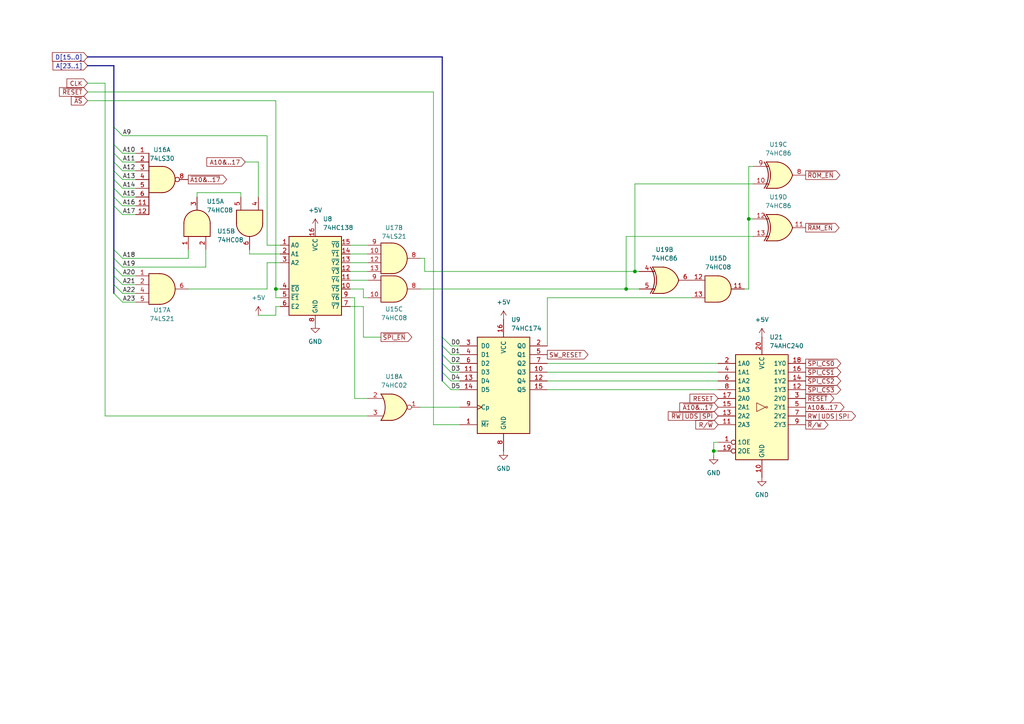
<source format=kicad_sch>
(kicad_sch (version 20231120) (generator "eeschema") (generator_version "8.0")
  (paper "A4")
  (lib_symbols
    (symbol "74xx:74AHC240"
      (property "Reference" "U" (at -7.62 16.51 0))
      (property "Value" "74AHC240" (at -7.62 -16.51 0))
      (symbol "74AHC240_1_0"
        (polyline (pts (xy 1.016 0) (xy -1.524 1.27) (xy -1.524 -1.27) (xy 1.016 0)) (stroke (width 0.1524)))
        (circle (center 1.397 0) (radius 0.254) (stroke (width 0.1524)))
        (pin input inverted (at -12.7 -10.16 0) (length 5.08) (name "1OE") (number "1"))
        (pin power_in line (at 0 -20.32 90) (length 5.08) (name "GND") (number "10"))
        (pin input line (at -12.7 -5.08 0) (length 5.08) (name "2A3") (number "11"))
        (pin tri_state line (at 12.7 5.08 180) (length 5.08) (name "1Y3") (number "12"))
        (pin input line (at -12.7 -2.54 0) (length 5.08) (name "2A2") (number "13"))
        (pin tri_state line (at 12.7 7.62 180) (length 5.08) (name "1Y2") (number "14"))
        (pin input line (at -12.7 0 0) (length 5.08) (name "2A1") (number "15"))
        (pin tri_state line (at 12.7 10.16 180) (length 5.08) (name "1Y1") (number "16"))
        (pin input line (at -12.7 2.54 0) (length 5.08) (name "2A0") (number "17"))
        (pin tri_state line (at 12.7 12.7 180) (length 5.08) (name "1Y0") (number "18"))
        (pin input inverted (at -12.7 -12.7 0) (length 5.08) (name "2OE") (number "19"))
        (pin input line (at -12.7 12.7 0) (length 5.08) (name "1A0") (number "2"))
        (pin power_in line (at 0 20.32 270) (length 5.08) (name "VCC") (number "20"))
        (pin tri_state line (at 12.7 2.54 180) (length 5.08) (name "2Y0") (number "3"))
        (pin input line (at -12.7 10.16 0) (length 5.08) (name "1A1") (number "4"))
        (pin tri_state line (at 12.7 0 180) (length 5.08) (name "2Y1") (number "5"))
        (pin input line (at -12.7 7.62 0) (length 5.08) (name "1A2") (number "6"))
        (pin tri_state line (at 12.7 -2.54 180) (length 5.08) (name "2Y2") (number "7"))
        (pin input line (at -12.7 5.08 0) (length 5.08) (name "1A3") (number "8"))
        (pin tri_state line (at 12.7 -5.08 180) (length 5.08) (name "2Y3") (number "9"))
      )
      (symbol "74AHC240_1_1"
        (rectangle (start -7.62 15.24) (end 7.62 -15.24) (stroke (width 0.254)) (fill (type background)))
      )
    )
    (symbol "74xx:74HC02" (pin_names (offset 1.016))
      (property "Reference" "U" (at 0 1.27 0))
      (property "Value" "74HC02" (at 0 -1.27 0))
      (symbol "74HC02_1_1"
        (arc (start -3.81 -3.81) (mid -2.589 0) (end -3.81 3.81) (stroke (width 0.254)))
        (arc (start -0.6096 -3.81) (mid 2.1842 -2.5851) (end 3.81 0) (stroke (width 0.254)) (fill (type background)))
        (polyline (pts (xy -3.81 -3.81) (xy -0.635 -3.81)) (stroke (width 0.254)) (fill (type background)))
        (polyline (pts (xy -3.81 3.81) (xy -0.635 3.81)) (stroke (width 0.254)) (fill (type background)))
        (polyline (pts (xy -0.635 3.81) (xy -3.81 3.81) (xy -3.81 3.81) (xy -3.556 3.4036) (xy -3.0226 2.2606) (xy -2.6924 1.0414) (xy -2.6162 -0.254) (xy -2.7686 -1.4986) (xy -3.175 -2.7178) (xy -3.81 -3.81) (xy -3.81 -3.81) (xy -0.635 -3.81)) (stroke (width -25.4)) (fill (type background)))
        (arc (start 3.81 0) (mid 2.1915 2.5936) (end -0.6096 3.81) (stroke (width 0.254)) (fill (type background)))
        (pin output inverted (at 7.62 0 180) (length 3.81) (name "~") (number "1"))
        (pin input line (at -7.62 2.54 0) (length 4.318) (name "~") (number "2"))
        (pin input line (at -7.62 -2.54 0) (length 4.318) (name "~") (number "3"))
      )
      (symbol "74HC02_1_2"
        (arc (start 0 -3.81) (mid 3.7934 0) (end 0 3.81) (stroke (width 0.254)) (fill (type background)))
        (polyline (pts (xy 0 3.81) (xy -3.81 3.81) (xy -3.81 -3.81) (xy 0 -3.81)) (stroke (width 0.254)) (fill (type background)))
        (pin output line (at 7.62 0 180) (length 3.81) (name "~") (number "1"))
        (pin input inverted (at -7.62 2.54 0) (length 3.81) (name "~") (number "2"))
        (pin input inverted (at -7.62 -2.54 0) (length 3.81) (name "~") (number "3"))
      )
      (symbol "74HC02_2_1"
        (arc (start -3.81 -3.81) (mid -2.589 0) (end -3.81 3.81) (stroke (width 0.254)))
        (arc (start -0.6096 -3.81) (mid 2.1842 -2.5851) (end 3.81 0) (stroke (width 0.254)) (fill (type background)))
        (polyline (pts (xy -3.81 -3.81) (xy -0.635 -3.81)) (stroke (width 0.254)) (fill (type background)))
        (polyline (pts (xy -3.81 3.81) (xy -0.635 3.81)) (stroke (width 0.254)) (fill (type background)))
        (polyline (pts (xy -0.635 3.81) (xy -3.81 3.81) (xy -3.81 3.81) (xy -3.556 3.4036) (xy -3.0226 2.2606) (xy -2.6924 1.0414) (xy -2.6162 -0.254) (xy -2.7686 -1.4986) (xy -3.175 -2.7178) (xy -3.81 -3.81) (xy -3.81 -3.81) (xy -0.635 -3.81)) (stroke (width -25.4)) (fill (type background)))
        (arc (start 3.81 0) (mid 2.1915 2.5936) (end -0.6096 3.81) (stroke (width 0.254)) (fill (type background)))
        (pin output inverted (at 7.62 0 180) (length 3.81) (name "~") (number "4"))
        (pin input line (at -7.62 2.54 0) (length 4.318) (name "~") (number "5"))
        (pin input line (at -7.62 -2.54 0) (length 4.318) (name "~") (number "6"))
      )
      (symbol "74HC02_2_2"
        (arc (start 0 -3.81) (mid 3.7934 0) (end 0 3.81) (stroke (width 0.254)) (fill (type background)))
        (polyline (pts (xy 0 3.81) (xy -3.81 3.81) (xy -3.81 -3.81) (xy 0 -3.81)) (stroke (width 0.254)) (fill (type background)))
        (pin output line (at 7.62 0 180) (length 3.81) (name "~") (number "4"))
        (pin input inverted (at -7.62 2.54 0) (length 3.81) (name "~") (number "5"))
        (pin input inverted (at -7.62 -2.54 0) (length 3.81) (name "~") (number "6"))
      )
      (symbol "74HC02_3_1"
        (arc (start -3.81 -3.81) (mid -2.589 0) (end -3.81 3.81) (stroke (width 0.254)))
        (arc (start -0.6096 -3.81) (mid 2.1842 -2.5851) (end 3.81 0) (stroke (width 0.254)) (fill (type background)))
        (polyline (pts (xy -3.81 -3.81) (xy -0.635 -3.81)) (stroke (width 0.254)) (fill (type background)))
        (polyline (pts (xy -3.81 3.81) (xy -0.635 3.81)) (stroke (width 0.254)) (fill (type background)))
        (polyline (pts (xy -0.635 3.81) (xy -3.81 3.81) (xy -3.81 3.81) (xy -3.556 3.4036) (xy -3.0226 2.2606) (xy -2.6924 1.0414) (xy -2.6162 -0.254) (xy -2.7686 -1.4986) (xy -3.175 -2.7178) (xy -3.81 -3.81) (xy -3.81 -3.81) (xy -0.635 -3.81)) (stroke (width -25.4)) (fill (type background)))
        (arc (start 3.81 0) (mid 2.1915 2.5936) (end -0.6096 3.81) (stroke (width 0.254)) (fill (type background)))
        (pin output inverted (at 7.62 0 180) (length 3.81) (name "~") (number "10"))
        (pin input line (at -7.62 2.54 0) (length 4.318) (name "~") (number "8"))
        (pin input line (at -7.62 -2.54 0) (length 4.318) (name "~") (number "9"))
      )
      (symbol "74HC02_3_2"
        (arc (start 0 -3.81) (mid 3.7934 0) (end 0 3.81) (stroke (width 0.254)) (fill (type background)))
        (polyline (pts (xy 0 3.81) (xy -3.81 3.81) (xy -3.81 -3.81) (xy 0 -3.81)) (stroke (width 0.254)) (fill (type background)))
        (pin output line (at 7.62 0 180) (length 3.81) (name "~") (number "10"))
        (pin input inverted (at -7.62 2.54 0) (length 3.81) (name "~") (number "8"))
        (pin input inverted (at -7.62 -2.54 0) (length 3.81) (name "~") (number "9"))
      )
      (symbol "74HC02_4_1"
        (arc (start -3.81 -3.81) (mid -2.589 0) (end -3.81 3.81) (stroke (width 0.254)))
        (arc (start -0.6096 -3.81) (mid 2.1842 -2.5851) (end 3.81 0) (stroke (width 0.254)) (fill (type background)))
        (polyline (pts (xy -3.81 -3.81) (xy -0.635 -3.81)) (stroke (width 0.254)) (fill (type background)))
        (polyline (pts (xy -3.81 3.81) (xy -0.635 3.81)) (stroke (width 0.254)) (fill (type background)))
        (polyline (pts (xy -0.635 3.81) (xy -3.81 3.81) (xy -3.81 3.81) (xy -3.556 3.4036) (xy -3.0226 2.2606) (xy -2.6924 1.0414) (xy -2.6162 -0.254) (xy -2.7686 -1.4986) (xy -3.175 -2.7178) (xy -3.81 -3.81) (xy -3.81 -3.81) (xy -0.635 -3.81)) (stroke (width -25.4)) (fill (type background)))
        (arc (start 3.81 0) (mid 2.1915 2.5936) (end -0.6096 3.81) (stroke (width 0.254)) (fill (type background)))
        (pin input line (at -7.62 2.54 0) (length 4.318) (name "~") (number "11"))
        (pin input line (at -7.62 -2.54 0) (length 4.318) (name "~") (number "12"))
        (pin output inverted (at 7.62 0 180) (length 3.81) (name "~") (number "13"))
      )
      (symbol "74HC02_4_2"
        (arc (start 0 -3.81) (mid 3.7934 0) (end 0 3.81) (stroke (width 0.254)) (fill (type background)))
        (polyline (pts (xy 0 3.81) (xy -3.81 3.81) (xy -3.81 -3.81) (xy 0 -3.81)) (stroke (width 0.254)) (fill (type background)))
        (pin input inverted (at -7.62 2.54 0) (length 3.81) (name "~") (number "11"))
        (pin input inverted (at -7.62 -2.54 0) (length 3.81) (name "~") (number "12"))
        (pin output line (at 7.62 0 180) (length 3.81) (name "~") (number "13"))
      )
      (symbol "74HC02_5_0"
        (pin power_in line (at 0 12.7 270) (length 5.08) (name "VCC") (number "14"))
        (pin power_in line (at 0 -12.7 90) (length 5.08) (name "GND") (number "7"))
      )
      (symbol "74HC02_5_1"
        (rectangle (start -5.08 7.62) (end 5.08 -7.62) (stroke (width 0.254)) (fill (type background)))
      )
    )
    (symbol "74xx:74HC138"
      (property "Reference" "U" (at -7.62 13.97 0))
      (property "Value" "74HC138" (at 2.54 -11.43 0))
      (symbol "74HC138_0_1"
        (rectangle (start -7.62 12.7) (end 7.62 -10.16) (stroke (width 0.254)) (fill (type background)))
      )
      (symbol "74HC138_1_1"
        (pin input line (at -10.16 10.16 0) (length 2.54) (name "A0") (number "1"))
        (pin output line (at 10.16 -2.54 180) (length 2.54) (name "~{Y5}") (number "10"))
        (pin output line (at 10.16 0 180) (length 2.54) (name "~{Y4}") (number "11"))
        (pin output line (at 10.16 2.54 180) (length 2.54) (name "~{Y3}") (number "12"))
        (pin output line (at 10.16 5.08 180) (length 2.54) (name "~{Y2}") (number "13"))
        (pin output line (at 10.16 7.62 180) (length 2.54) (name "~{Y1}") (number "14"))
        (pin output line (at 10.16 10.16 180) (length 2.54) (name "~{Y0}") (number "15"))
        (pin power_in line (at 0 15.24 270) (length 2.54) (name "VCC") (number "16"))
        (pin input line (at -10.16 7.62 0) (length 2.54) (name "A1") (number "2"))
        (pin input line (at -10.16 5.08 0) (length 2.54) (name "A2") (number "3"))
        (pin input line (at -10.16 -2.54 0) (length 2.54) (name "~{E0}") (number "4"))
        (pin input line (at -10.16 -5.08 0) (length 2.54) (name "~{E1}") (number "5"))
        (pin input line (at -10.16 -7.62 0) (length 2.54) (name "E2") (number "6"))
        (pin output line (at 10.16 -7.62 180) (length 2.54) (name "~{Y7}") (number "7"))
        (pin power_in line (at 0 -12.7 90) (length 2.54) (name "GND") (number "8"))
        (pin output line (at 10.16 -5.08 180) (length 2.54) (name "~{Y6}") (number "9"))
      )
    )
    (symbol "74xx:74HC86" (pin_names (offset 1.016))
      (property "Reference" "U" (at 0 1.27 0))
      (property "Value" "74HC86" (at 0 -1.27 0))
      (symbol "74HC86_1_0"
        (arc (start -4.4196 -3.81) (mid -3.2033 0) (end -4.4196 3.81) (stroke (width 0.254)))
        (arc (start -3.81 -3.81) (mid -2.589 0) (end -3.81 3.81) (stroke (width 0.254)))
        (arc (start -0.6096 -3.81) (mid 2.1842 -2.5851) (end 3.81 0) (stroke (width 0.254)) (fill (type background)))
        (polyline (pts (xy -3.81 -3.81) (xy -0.635 -3.81)) (stroke (width 0.254)) (fill (type background)))
        (polyline (pts (xy -3.81 3.81) (xy -0.635 3.81)) (stroke (width 0.254)) (fill (type background)))
        (polyline (pts (xy -0.635 3.81) (xy -3.81 3.81) (xy -3.81 3.81) (xy -3.556 3.4036) (xy -3.0226 2.2606) (xy -2.6924 1.0414) (xy -2.6162 -0.254) (xy -2.7686 -1.4986) (xy -3.175 -2.7178) (xy -3.81 -3.81) (xy -3.81 -3.81) (xy -0.635 -3.81)) (stroke (width -25.4)) (fill (type background)))
        (arc (start 3.81 0) (mid 2.1915 2.5936) (end -0.6096 3.81) (stroke (width 0.254)) (fill (type background)))
        (pin input line (at -7.62 2.54 0) (length 4.445) (name "~") (number "1"))
        (pin input line (at -7.62 -2.54 0) (length 4.445) (name "~") (number "2"))
        (pin output line (at 7.62 0 180) (length 3.81) (name "~") (number "3"))
      )
      (symbol "74HC86_1_1"
        (polyline (pts (xy -3.81 -2.54) (xy -3.175 -2.54)) (stroke (width 0.1524)))
        (polyline (pts (xy -3.81 2.54) (xy -3.175 2.54)) (stroke (width 0.1524)))
      )
      (symbol "74HC86_2_0"
        (arc (start -4.4196 -3.81) (mid -3.2033 0) (end -4.4196 3.81) (stroke (width 0.254)))
        (arc (start -3.81 -3.81) (mid -2.589 0) (end -3.81 3.81) (stroke (width 0.254)))
        (arc (start -0.6096 -3.81) (mid 2.1842 -2.5851) (end 3.81 0) (stroke (width 0.254)) (fill (type background)))
        (polyline (pts (xy -3.81 -3.81) (xy -0.635 -3.81)) (stroke (width 0.254)) (fill (type background)))
        (polyline (pts (xy -3.81 3.81) (xy -0.635 3.81)) (stroke (width 0.254)) (fill (type background)))
        (polyline (pts (xy -0.635 3.81) (xy -3.81 3.81) (xy -3.81 3.81) (xy -3.556 3.4036) (xy -3.0226 2.2606) (xy -2.6924 1.0414) (xy -2.6162 -0.254) (xy -2.7686 -1.4986) (xy -3.175 -2.7178) (xy -3.81 -3.81) (xy -3.81 -3.81) (xy -0.635 -3.81)) (stroke (width -25.4)) (fill (type background)))
        (arc (start 3.81 0) (mid 2.1915 2.5936) (end -0.6096 3.81) (stroke (width 0.254)) (fill (type background)))
        (pin input line (at -7.62 2.54 0) (length 4.445) (name "~") (number "4"))
        (pin input line (at -7.62 -2.54 0) (length 4.445) (name "~") (number "5"))
        (pin output line (at 7.62 0 180) (length 3.81) (name "~") (number "6"))
      )
      (symbol "74HC86_2_1"
        (polyline (pts (xy -3.81 -2.54) (xy -3.175 -2.54)) (stroke (width 0.1524)))
        (polyline (pts (xy -3.81 2.54) (xy -3.175 2.54)) (stroke (width 0.1524)))
      )
      (symbol "74HC86_3_0"
        (arc (start -4.4196 -3.81) (mid -3.2033 0) (end -4.4196 3.81) (stroke (width 0.254)))
        (arc (start -3.81 -3.81) (mid -2.589 0) (end -3.81 3.81) (stroke (width 0.254)))
        (arc (start -0.6096 -3.81) (mid 2.1842 -2.5851) (end 3.81 0) (stroke (width 0.254)) (fill (type background)))
        (polyline (pts (xy -3.81 -3.81) (xy -0.635 -3.81)) (stroke (width 0.254)) (fill (type background)))
        (polyline (pts (xy -3.81 3.81) (xy -0.635 3.81)) (stroke (width 0.254)) (fill (type background)))
        (polyline (pts (xy -0.635 3.81) (xy -3.81 3.81) (xy -3.81 3.81) (xy -3.556 3.4036) (xy -3.0226 2.2606) (xy -2.6924 1.0414) (xy -2.6162 -0.254) (xy -2.7686 -1.4986) (xy -3.175 -2.7178) (xy -3.81 -3.81) (xy -3.81 -3.81) (xy -0.635 -3.81)) (stroke (width -25.4)) (fill (type background)))
        (arc (start 3.81 0) (mid 2.1915 2.5936) (end -0.6096 3.81) (stroke (width 0.254)) (fill (type background)))
        (pin input line (at -7.62 -2.54 0) (length 4.445) (name "~") (number "10"))
        (pin output line (at 7.62 0 180) (length 3.81) (name "~") (number "8"))
        (pin input line (at -7.62 2.54 0) (length 4.445) (name "~") (number "9"))
      )
      (symbol "74HC86_3_1"
        (polyline (pts (xy -3.81 -2.54) (xy -3.175 -2.54)) (stroke (width 0.1524)))
        (polyline (pts (xy -3.81 2.54) (xy -3.175 2.54)) (stroke (width 0.1524)))
      )
      (symbol "74HC86_4_0"
        (arc (start -4.4196 -3.81) (mid -3.2033 0) (end -4.4196 3.81) (stroke (width 0.254)))
        (arc (start -3.81 -3.81) (mid -2.589 0) (end -3.81 3.81) (stroke (width 0.254)))
        (arc (start -0.6096 -3.81) (mid 2.1842 -2.5851) (end 3.81 0) (stroke (width 0.254)) (fill (type background)))
        (polyline (pts (xy -3.81 -3.81) (xy -0.635 -3.81)) (stroke (width 0.254)) (fill (type background)))
        (polyline (pts (xy -3.81 3.81) (xy -0.635 3.81)) (stroke (width 0.254)) (fill (type background)))
        (polyline (pts (xy -0.635 3.81) (xy -3.81 3.81) (xy -3.81 3.81) (xy -3.556 3.4036) (xy -3.0226 2.2606) (xy -2.6924 1.0414) (xy -2.6162 -0.254) (xy -2.7686 -1.4986) (xy -3.175 -2.7178) (xy -3.81 -3.81) (xy -3.81 -3.81) (xy -0.635 -3.81)) (stroke (width -25.4)) (fill (type background)))
        (arc (start 3.81 0) (mid 2.1915 2.5936) (end -0.6096 3.81) (stroke (width 0.254)) (fill (type background)))
        (pin output line (at 7.62 0 180) (length 3.81) (name "~") (number "11"))
        (pin input line (at -7.62 2.54 0) (length 4.445) (name "~") (number "12"))
        (pin input line (at -7.62 -2.54 0) (length 4.445) (name "~") (number "13"))
      )
      (symbol "74HC86_4_1"
        (polyline (pts (xy -3.81 -2.54) (xy -3.175 -2.54)) (stroke (width 0.1524)))
        (polyline (pts (xy -3.81 2.54) (xy -3.175 2.54)) (stroke (width 0.1524)))
      )
      (symbol "74HC86_5_0"
        (pin power_in line (at 0 12.7 270) (length 5.08) (name "VCC") (number "14"))
        (pin power_in line (at 0 -12.7 90) (length 5.08) (name "GND") (number "7"))
      )
      (symbol "74HC86_5_1"
        (rectangle (start -5.08 7.62) (end 5.08 -7.62) (stroke (width 0.254)) (fill (type background)))
      )
    )
    (symbol "74xx:74LS08" (pin_names (offset 1.016))
      (property "Reference" "U" (at 0 1.27 0))
      (property "Value" "74LS08" (at 0 -1.27 0))
      (symbol "74LS08_1_1"
        (arc (start 0 -3.81) (mid 3.7934 0) (end 0 3.81) (stroke (width 0.254)) (fill (type background)))
        (polyline (pts (xy 0 3.81) (xy -3.81 3.81) (xy -3.81 -3.81) (xy 0 -3.81)) (stroke (width 0.254)) (fill (type background)))
        (pin input line (at -7.62 2.54 0) (length 3.81) (name "~") (number "1"))
        (pin input line (at -7.62 -2.54 0) (length 3.81) (name "~") (number "2"))
        (pin output line (at 7.62 0 180) (length 3.81) (name "~") (number "3"))
      )
      (symbol "74LS08_1_2"
        (arc (start -3.81 -3.81) (mid -2.589 0) (end -3.81 3.81) (stroke (width 0.254)))
        (arc (start -0.6096 -3.81) (mid 2.1842 -2.5851) (end 3.81 0) (stroke (width 0.254)) (fill (type background)))
        (polyline (pts (xy -3.81 -3.81) (xy -0.635 -3.81)) (stroke (width 0.254)) (fill (type background)))
        (polyline (pts (xy -3.81 3.81) (xy -0.635 3.81)) (stroke (width 0.254)) (fill (type background)))
        (polyline (pts (xy -0.635 3.81) (xy -3.81 3.81) (xy -3.81 3.81) (xy -3.556 3.4036) (xy -3.0226 2.2606) (xy -2.6924 1.0414) (xy -2.6162 -0.254) (xy -2.7686 -1.4986) (xy -3.175 -2.7178) (xy -3.81 -3.81) (xy -3.81 -3.81) (xy -0.635 -3.81)) (stroke (width -25.4)) (fill (type background)))
        (arc (start 3.81 0) (mid 2.1915 2.5936) (end -0.6096 3.81) (stroke (width 0.254)) (fill (type background)))
        (pin input inverted (at -7.62 2.54 0) (length 4.318) (name "~") (number "1"))
        (pin input inverted (at -7.62 -2.54 0) (length 4.318) (name "~") (number "2"))
        (pin output inverted (at 7.62 0 180) (length 3.81) (name "~") (number "3"))
      )
      (symbol "74LS08_2_1"
        (arc (start 0 -3.81) (mid 3.7934 0) (end 0 3.81) (stroke (width 0.254)) (fill (type background)))
        (polyline (pts (xy 0 3.81) (xy -3.81 3.81) (xy -3.81 -3.81) (xy 0 -3.81)) (stroke (width 0.254)) (fill (type background)))
        (pin input line (at -7.62 2.54 0) (length 3.81) (name "~") (number "4"))
        (pin input line (at -7.62 -2.54 0) (length 3.81) (name "~") (number "5"))
        (pin output line (at 7.62 0 180) (length 3.81) (name "~") (number "6"))
      )
      (symbol "74LS08_2_2"
        (arc (start -3.81 -3.81) (mid -2.589 0) (end -3.81 3.81) (stroke (width 0.254)))
        (arc (start -0.6096 -3.81) (mid 2.1842 -2.5851) (end 3.81 0) (stroke (width 0.254)) (fill (type background)))
        (polyline (pts (xy -3.81 -3.81) (xy -0.635 -3.81)) (stroke (width 0.254)) (fill (type background)))
        (polyline (pts (xy -3.81 3.81) (xy -0.635 3.81)) (stroke (width 0.254)) (fill (type background)))
        (polyline (pts (xy -0.635 3.81) (xy -3.81 3.81) (xy -3.81 3.81) (xy -3.556 3.4036) (xy -3.0226 2.2606) (xy -2.6924 1.0414) (xy -2.6162 -0.254) (xy -2.7686 -1.4986) (xy -3.175 -2.7178) (xy -3.81 -3.81) (xy -3.81 -3.81) (xy -0.635 -3.81)) (stroke (width -25.4)) (fill (type background)))
        (arc (start 3.81 0) (mid 2.1915 2.5936) (end -0.6096 3.81) (stroke (width 0.254)) (fill (type background)))
        (pin input inverted (at -7.62 2.54 0) (length 4.318) (name "~") (number "4"))
        (pin input inverted (at -7.62 -2.54 0) (length 4.318) (name "~") (number "5"))
        (pin output inverted (at 7.62 0 180) (length 3.81) (name "~") (number "6"))
      )
      (symbol "74LS08_3_1"
        (arc (start 0 -3.81) (mid 3.7934 0) (end 0 3.81) (stroke (width 0.254)) (fill (type background)))
        (polyline (pts (xy 0 3.81) (xy -3.81 3.81) (xy -3.81 -3.81) (xy 0 -3.81)) (stroke (width 0.254)) (fill (type background)))
        (pin input line (at -7.62 -2.54 0) (length 3.81) (name "~") (number "10"))
        (pin output line (at 7.62 0 180) (length 3.81) (name "~") (number "8"))
        (pin input line (at -7.62 2.54 0) (length 3.81) (name "~") (number "9"))
      )
      (symbol "74LS08_3_2"
        (arc (start -3.81 -3.81) (mid -2.589 0) (end -3.81 3.81) (stroke (width 0.254)))
        (arc (start -0.6096 -3.81) (mid 2.1842 -2.5851) (end 3.81 0) (stroke (width 0.254)) (fill (type background)))
        (polyline (pts (xy -3.81 -3.81) (xy -0.635 -3.81)) (stroke (width 0.254)) (fill (type background)))
        (polyline (pts (xy -3.81 3.81) (xy -0.635 3.81)) (stroke (width 0.254)) (fill (type background)))
        (polyline (pts (xy -0.635 3.81) (xy -3.81 3.81) (xy -3.81 3.81) (xy -3.556 3.4036) (xy -3.0226 2.2606) (xy -2.6924 1.0414) (xy -2.6162 -0.254) (xy -2.7686 -1.4986) (xy -3.175 -2.7178) (xy -3.81 -3.81) (xy -3.81 -3.81) (xy -0.635 -3.81)) (stroke (width -25.4)) (fill (type background)))
        (arc (start 3.81 0) (mid 2.1915 2.5936) (end -0.6096 3.81) (stroke (width 0.254)) (fill (type background)))
        (pin input inverted (at -7.62 -2.54 0) (length 4.318) (name "~") (number "10"))
        (pin output inverted (at 7.62 0 180) (length 3.81) (name "~") (number "8"))
        (pin input inverted (at -7.62 2.54 0) (length 4.318) (name "~") (number "9"))
      )
      (symbol "74LS08_4_1"
        (arc (start 0 -3.81) (mid 3.7934 0) (end 0 3.81) (stroke (width 0.254)) (fill (type background)))
        (polyline (pts (xy 0 3.81) (xy -3.81 3.81) (xy -3.81 -3.81) (xy 0 -3.81)) (stroke (width 0.254)) (fill (type background)))
        (pin output line (at 7.62 0 180) (length 3.81) (name "~") (number "11"))
        (pin input line (at -7.62 2.54 0) (length 3.81) (name "~") (number "12"))
        (pin input line (at -7.62 -2.54 0) (length 3.81) (name "~") (number "13"))
      )
      (symbol "74LS08_4_2"
        (arc (start -3.81 -3.81) (mid -2.589 0) (end -3.81 3.81) (stroke (width 0.254)))
        (arc (start -0.6096 -3.81) (mid 2.1842 -2.5851) (end 3.81 0) (stroke (width 0.254)) (fill (type background)))
        (polyline (pts (xy -3.81 -3.81) (xy -0.635 -3.81)) (stroke (width 0.254)) (fill (type background)))
        (polyline (pts (xy -3.81 3.81) (xy -0.635 3.81)) (stroke (width 0.254)) (fill (type background)))
        (polyline (pts (xy -0.635 3.81) (xy -3.81 3.81) (xy -3.81 3.81) (xy -3.556 3.4036) (xy -3.0226 2.2606) (xy -2.6924 1.0414) (xy -2.6162 -0.254) (xy -2.7686 -1.4986) (xy -3.175 -2.7178) (xy -3.81 -3.81) (xy -3.81 -3.81) (xy -0.635 -3.81)) (stroke (width -25.4)) (fill (type background)))
        (arc (start 3.81 0) (mid 2.1915 2.5936) (end -0.6096 3.81) (stroke (width 0.254)) (fill (type background)))
        (pin output inverted (at 7.62 0 180) (length 3.81) (name "~") (number "11"))
        (pin input inverted (at -7.62 2.54 0) (length 4.318) (name "~") (number "12"))
        (pin input inverted (at -7.62 -2.54 0) (length 4.318) (name "~") (number "13"))
      )
      (symbol "74LS08_5_0"
        (pin power_in line (at 0 12.7 270) (length 5.08) (name "VCC") (number "14"))
        (pin power_in line (at 0 -12.7 90) (length 5.08) (name "GND") (number "7"))
      )
      (symbol "74LS08_5_1"
        (rectangle (start -5.08 7.62) (end 5.08 -7.62) (stroke (width 0.254)) (fill (type background)))
      )
    )
    (symbol "74xx:74LS174" (pin_names (offset 1.016))
      (property "Reference" "U" (at -7.62 13.97 0))
      (property "Value" "74LS174" (at -7.62 -16.51 0))
      (symbol "74LS174_1_0"
        (pin input line (at -12.7 -12.7 0) (length 5.08) (name "~{Mr}") (number "1"))
        (pin output line (at 12.7 2.54 180) (length 5.08) (name "Q3") (number "10"))
        (pin input line (at -12.7 2.54 0) (length 5.08) (name "D3") (number "11"))
        (pin output line (at 12.7 0 180) (length 5.08) (name "Q4") (number "12"))
        (pin input line (at -12.7 0 0) (length 5.08) (name "D4") (number "13"))
        (pin input line (at -12.7 -2.54 0) (length 5.08) (name "D5") (number "14"))
        (pin output line (at 12.7 -2.54 180) (length 5.08) (name "Q5") (number "15"))
        (pin power_in line (at 0 17.78 270) (length 5.08) (name "VCC") (number "16"))
        (pin output line (at 12.7 10.16 180) (length 5.08) (name "Q0") (number "2"))
        (pin input line (at -12.7 10.16 0) (length 5.08) (name "D0") (number "3"))
        (pin input line (at -12.7 7.62 0) (length 5.08) (name "D1") (number "4"))
        (pin output line (at 12.7 7.62 180) (length 5.08) (name "Q1") (number "5"))
        (pin input line (at -12.7 5.08 0) (length 5.08) (name "D2") (number "6"))
        (pin output line (at 12.7 5.08 180) (length 5.08) (name "Q2") (number "7"))
        (pin power_in line (at 0 -20.32 90) (length 5.08) (name "GND") (number "8"))
        (pin input clock (at -12.7 -7.62 0) (length 5.08) (name "Cp") (number "9"))
      )
      (symbol "74LS174_1_1"
        (rectangle (start -7.62 12.7) (end 7.62 -15.24) (stroke (width 0.254)) (fill (type background)))
      )
    )
    (symbol "74xx:74LS21" (pin_names (offset 1.016))
      (property "Reference" "U" (at 0 1.27 0))
      (property "Value" "74LS21" (at 0 -1.27 0))
      (symbol "74LS21_1_1"
        (arc (start -0.635 -4.445) (mid 3.7907 0) (end -0.635 4.445) (stroke (width 0.254)) (fill (type background)))
        (polyline (pts (xy -0.635 4.445) (xy -3.81 4.445) (xy -3.81 -4.445) (xy -0.635 -4.445)) (stroke (width 0.254)) (fill (type background)))
        (pin input line (at -7.62 3.81 0) (length 3.81) (name "~") (number "1"))
        (pin input line (at -7.62 1.27 0) (length 3.81) (name "~") (number "2"))
        (pin input line (at -7.62 -1.27 0) (length 3.81) (name "~") (number "4"))
        (pin input line (at -7.62 -3.81 0) (length 3.81) (name "~") (number "5"))
        (pin output line (at 7.62 0 180) (length 3.81) (name "~") (number "6"))
      )
      (symbol "74LS21_1_2"
        (arc (start -3.81 -4.445) (mid -2.5908 0) (end -3.81 4.445) (stroke (width 0.254)))
        (arc (start -0.6096 -4.445) (mid 2.2246 -2.8422) (end 3.81 0) (stroke (width 0.254)) (fill (type background)))
        (polyline (pts (xy -3.81 -4.445) (xy -0.635 -4.445)) (stroke (width 0.254)) (fill (type background)))
        (polyline (pts (xy -3.81 4.445) (xy -0.635 4.445)) (stroke (width 0.254)) (fill (type background)))
        (polyline (pts (xy -0.635 4.445) (xy -3.81 4.445) (xy -3.81 4.445) (xy -3.6322 4.0894) (xy -3.0988 2.921) (xy -2.7686 1.6764) (xy -2.6162 0.4318) (xy -2.6416 -0.8636) (xy -2.8702 -2.1082) (xy -3.2512 -3.3274) (xy -3.81 -4.445) (xy -3.81 -4.445) (xy -0.635 -4.445)) (stroke (width -25.4)) (fill (type background)))
        (arc (start 3.81 0) (mid 2.2204 2.8379) (end -0.6096 4.445) (stroke (width 0.254)) (fill (type background)))
        (pin input inverted (at -7.62 3.81 0) (length 3.81) (name "~") (number "1"))
        (pin input inverted (at -7.62 1.27 0) (length 4.826) (name "~") (number "2"))
        (pin input inverted (at -7.62 -1.27 0) (length 4.826) (name "~") (number "4"))
        (pin input inverted (at -7.62 -3.81 0) (length 3.81) (name "~") (number "5"))
        (pin output inverted (at 7.62 0 180) (length 3.81) (name "~") (number "6"))
      )
      (symbol "74LS21_2_1"
        (arc (start -0.635 -4.445) (mid 3.7907 0) (end -0.635 4.445) (stroke (width 0.254)) (fill (type background)))
        (polyline (pts (xy -0.635 4.445) (xy -3.81 4.445) (xy -3.81 -4.445) (xy -0.635 -4.445)) (stroke (width 0.254)) (fill (type background)))
        (pin input line (at -7.62 1.27 0) (length 3.81) (name "~") (number "10"))
        (pin input line (at -7.62 -1.27 0) (length 3.81) (name "~") (number "12"))
        (pin input line (at -7.62 -3.81 0) (length 3.81) (name "~") (number "13"))
        (pin output line (at 7.62 0 180) (length 3.81) (name "~") (number "8"))
        (pin input line (at -7.62 3.81 0) (length 3.81) (name "~") (number "9"))
      )
      (symbol "74LS21_2_2"
        (arc (start -3.81 -4.445) (mid -2.5908 0) (end -3.81 4.445) (stroke (width 0.254)))
        (arc (start -0.6096 -4.445) (mid 2.2246 -2.8422) (end 3.81 0) (stroke (width 0.254)) (fill (type background)))
        (polyline (pts (xy -3.81 -4.445) (xy -0.635 -4.445)) (stroke (width 0.254)) (fill (type background)))
        (polyline (pts (xy -3.81 4.445) (xy -0.635 4.445)) (stroke (width 0.254)) (fill (type background)))
        (polyline (pts (xy -0.635 4.445) (xy -3.81 4.445) (xy -3.81 4.445) (xy -3.6322 4.0894) (xy -3.0988 2.921) (xy -2.7686 1.6764) (xy -2.6162 0.4318) (xy -2.6416 -0.8636) (xy -2.8702 -2.1082) (xy -3.2512 -3.3274) (xy -3.81 -4.445) (xy -3.81 -4.445) (xy -0.635 -4.445)) (stroke (width -25.4)) (fill (type background)))
        (arc (start 3.81 0) (mid 2.2204 2.8379) (end -0.6096 4.445) (stroke (width 0.254)) (fill (type background)))
        (pin input inverted (at -7.62 1.27 0) (length 4.826) (name "~") (number "10"))
        (pin input inverted (at -7.62 -1.27 0) (length 4.826) (name "~") (number "12"))
        (pin input inverted (at -7.62 -3.81 0) (length 3.81) (name "~") (number "13"))
        (pin output inverted (at 7.62 0 180) (length 3.81) (name "~") (number "8"))
        (pin input inverted (at -7.62 3.81 0) (length 3.81) (name "~") (number "9"))
      )
      (symbol "74LS21_3_0"
        (pin power_in line (at 0 12.7 270) (length 5.08) (name "VCC") (number "14"))
        (pin power_in line (at 0 -12.7 90) (length 5.08) (name "GND") (number "7"))
      )
      (symbol "74LS21_3_1"
        (rectangle (start -5.08 7.62) (end 5.08 -7.62) (stroke (width 0.254)) (fill (type background)))
      )
    )
    (symbol "74xx:74LS30" (pin_names (offset 1.016))
      (property "Reference" "U" (at 0 1.27 0))
      (property "Value" "74LS30" (at 0 -1.27 0))
      (symbol "74LS30_1_1"
        (arc (start 0 -3.81) (mid 3.7934 0) (end 0 3.81) (stroke (width 0.254)) (fill (type background)))
        (polyline (pts (xy -3.81 7.62) (xy -3.81 -10.16)) (stroke (width 0.254)))
        (polyline (pts (xy 0 3.81) (xy -3.81 3.81) (xy -3.81 -3.81) (xy 0 -3.81)) (stroke (width 0.254)) (fill (type background)))
        (pin input line (at -7.62 7.62 0) (length 3.81) (name "~") (number "1"))
        (pin input line (at -7.62 -7.62 0) (length 3.81) (name "~") (number "11"))
        (pin input line (at -7.62 -10.16 0) (length 3.81) (name "~") (number "12"))
        (pin input line (at -7.62 5.08 0) (length 3.81) (name "~") (number "2"))
        (pin input line (at -7.62 2.54 0) (length 3.81) (name "~") (number "3"))
        (pin input line (at -7.62 0 0) (length 3.81) (name "~") (number "4"))
        (pin input line (at -7.62 -2.54 0) (length 3.81) (name "~") (number "5"))
        (pin input line (at -7.62 -5.08 0) (length 3.81) (name "~") (number "6"))
        (pin output inverted (at 7.62 0 180) (length 3.81) (name "~") (number "8"))
      )
      (symbol "74LS30_1_2"
        (arc (start -3.81 -3.81) (mid -2.589 0) (end -3.81 3.81) (stroke (width 0.254)))
        (arc (start -0.6096 -3.81) (mid 2.1842 -2.5851) (end 3.81 0) (stroke (width 0.254)) (fill (type background)))
        (polyline (pts (xy -3.81 -3.81) (xy -3.81 -10.16)) (stroke (width 0.254)))
        (polyline (pts (xy -3.81 -3.81) (xy -0.635 -3.81)) (stroke (width 0.254)) (fill (type background)))
        (polyline (pts (xy -3.81 3.81) (xy -0.635 3.81)) (stroke (width 0.254)) (fill (type background)))
        (polyline (pts (xy -3.81 7.62) (xy -3.81 3.81)) (stroke (width 0.254)))
        (polyline (pts (xy -0.635 3.81) (xy -3.81 3.81) (xy -3.81 3.81) (xy -3.556 3.4036) (xy -3.0226 2.2606) (xy -2.6924 1.0414) (xy -2.6162 -0.254) (xy -2.7686 -1.4986) (xy -3.175 -2.7178) (xy -3.81 -3.81) (xy -3.81 -3.81) (xy -0.635 -3.81)) (stroke (width -25.4)) (fill (type background)))
        (arc (start 3.81 0) (mid 2.1915 2.5936) (end -0.6096 3.81) (stroke (width 0.254)) (fill (type background)))
        (pin input inverted (at -7.62 7.62 0) (length 3.81) (name "~") (number "1"))
        (pin input inverted (at -7.62 -7.62 0) (length 3.81) (name "~") (number "11"))
        (pin input inverted (at -7.62 -10.16 0) (length 3.81) (name "~") (number "12"))
        (pin input inverted (at -7.62 5.08 0) (length 3.81) (name "~") (number "2"))
        (pin input inverted (at -7.62 2.54 0) (length 4.5466) (name "~") (number "3"))
        (pin input inverted (at -7.62 0 0) (length 5.08) (name "~") (number "4"))
        (pin input inverted (at -7.62 -2.54 0) (length 4.5466) (name "~") (number "5"))
        (pin input inverted (at -7.62 -5.08 0) (length 3.81) (name "~") (number "6"))
        (pin output line (at 7.62 0 180) (length 3.81) (name "~") (number "8"))
      )
      (symbol "74LS30_2_0"
        (pin power_in line (at 0 12.7 270) (length 5.08) (name "VCC") (number "14"))
        (pin power_in line (at 0 -12.7 90) (length 5.08) (name "GND") (number "7"))
      )
      (symbol "74LS30_2_1"
        (rectangle (start -5.08 7.62) (end 5.08 -7.62) (stroke (width 0.254)) (fill (type background)))
      )
    )
    (symbol "power:+5V" (power) (pin_numbers hide) (pin_names (offset 0) hide)
      (property "Value" "+5V" (at 0 3.556 0))
      (symbol "+5V_0_1"
        (polyline (pts (xy -0.762 1.27) (xy 0 2.54)))
        (polyline (pts (xy 0 0) (xy 0 2.54)))
        (polyline (pts (xy 0 2.54) (xy 0.762 1.27)))
      )
      (symbol "+5V_1_1"
        (pin power_in line (at 0 0 90) (length 0) (name "~") (number "1"))
      )
    )
    (symbol "power:GND" (power) (pin_numbers hide) (pin_names (offset 0) hide)
      (property "Value" "GND" (at 0 -3.81 0))
      (symbol "GND_0_1"
        (polyline (pts (xy 0 0) (xy 0 -1.27) (xy 1.27 -1.27) (xy 0 -2.54) (xy -1.27 -1.27) (xy 0 -1.27)))
      )
      (symbol "GND_1_1"
        (pin power_in line (at 0 0 270) (length 0) (name "~") (number "1"))
      )
    )
  )
  (junction (at 207.01 130.81))
  (junction (at 80.01 83.82))
  (junction (at 184.15 78.74))
  (junction (at 217.17 63.5))
  (junction (at 181.61 83.82))
  (bus_entry (at 33.02 80.01) (size 2.54 2.54))
  (bus_entry (at 33.02 77.47) (size 2.54 2.54))
  (bus_entry (at 33.02 59.69) (size 2.54 2.54))
  (bus_entry (at 33.02 36.83) (size 2.54 2.54))
  (bus_entry (at 33.02 52.07) (size 2.54 2.54))
  (bus_entry (at 33.02 54.61) (size 2.54 2.54))
  (bus_entry (at 33.02 82.55) (size 2.54 2.54))
  (bus_entry (at 128.27 102.87) (size 2.54 2.54))
  (bus_entry (at 33.02 44.45) (size 2.54 2.54))
  (bus_entry (at 128.27 107.95) (size 2.54 2.54))
  (bus_entry (at 33.02 57.15) (size 2.54 2.54))
  (bus_entry (at 33.02 41.91) (size 2.54 2.54))
  (bus_entry (at 128.27 105.41) (size 2.54 2.54))
  (bus_entry (at 33.02 46.99) (size 2.54 2.54))
  (bus_entry (at 33.02 49.53) (size 2.54 2.54))
  (bus_entry (at 128.27 110.49) (size 2.54 2.54))
  (bus_entry (at 33.02 74.93) (size 2.54 2.54))
  (bus_entry (at 128.27 100.33) (size 2.54 2.54))
  (bus_entry (at 128.27 97.79) (size 2.54 2.54))
  (bus_entry (at 33.02 85.09) (size 2.54 2.54))
  (bus_entry (at 33.02 72.39) (size 2.54 2.54))
  (bus (pts (xy 33.02 82.55) (xy 33.02 85.09)))
  (wire (pts (xy 181.61 68.58) (xy 181.61 83.82)))
  (bus (pts (xy 33.02 19.05) (xy 25.4 19.05)))
  (wire (pts (xy 217.17 63.5) (xy 217.17 83.82)))
  (wire (pts (xy 35.56 52.07) (xy 39.37 52.07)))
  (wire (pts (xy 105.41 88.9) (xy 101.6 88.9)))
  (bus (pts (xy 33.02 72.39) (xy 33.02 74.93)))
  (wire (pts (xy 35.56 54.61) (xy 39.37 54.61)))
  (wire (pts (xy 125.73 123.19) (xy 133.35 123.19)))
  (wire (pts (xy 54.61 83.82) (xy 77.47 83.82)))
  (bus (pts (xy 33.02 44.45) (xy 33.02 46.99)))
  (wire (pts (xy 35.56 46.99) (xy 39.37 46.99)))
  (wire (pts (xy 217.17 48.26) (xy 218.44 48.26)))
  (bus (pts (xy 33.02 74.93) (xy 33.02 77.47)))
  (bus (pts (xy 33.02 19.05) (xy 33.02 36.83)))
  (wire (pts (xy 35.56 80.01) (xy 39.37 80.01)))
  (wire (pts (xy 69.85 55.88) (xy 69.85 57.15)))
  (wire (pts (xy 123.19 78.74) (xy 184.15 78.74)))
  (wire (pts (xy 106.68 73.66) (xy 101.6 73.66)))
  (wire (pts (xy 130.81 100.33) (xy 133.35 100.33)))
  (wire (pts (xy 35.56 74.93) (xy 54.61 74.93)))
  (wire (pts (xy 123.19 74.93) (xy 121.92 74.93)))
  (wire (pts (xy 207.01 130.81) (xy 207.01 128.27)))
  (wire (pts (xy 105.41 83.82) (xy 105.41 86.36)))
  (bus (pts (xy 128.27 107.95) (xy 128.27 110.49)))
  (wire (pts (xy 57.15 55.88) (xy 69.85 55.88)))
  (wire (pts (xy 80.01 91.44) (xy 80.01 88.9)))
  (wire (pts (xy 106.68 120.65) (xy 30.48 120.65)))
  (wire (pts (xy 57.15 57.15) (xy 57.15 55.88)))
  (wire (pts (xy 80.01 83.82) (xy 80.01 86.36)))
  (bus (pts (xy 33.02 46.99) (xy 33.02 49.53)))
  (wire (pts (xy 80.01 86.36) (xy 81.28 86.36)))
  (wire (pts (xy 35.56 57.15) (xy 39.37 57.15)))
  (wire (pts (xy 80.01 83.82) (xy 81.28 83.82)))
  (wire (pts (xy 130.81 113.03) (xy 133.35 113.03)))
  (wire (pts (xy 106.68 71.12) (xy 101.6 71.12)))
  (wire (pts (xy 215.9 83.82) (xy 217.17 83.82)))
  (wire (pts (xy 35.56 44.45) (xy 39.37 44.45)))
  (wire (pts (xy 30.48 24.13) (xy 30.48 120.65)))
  (bus (pts (xy 128.27 102.87) (xy 128.27 105.41)))
  (wire (pts (xy 74.93 46.99) (xy 74.93 57.15)))
  (bus (pts (xy 33.02 77.47) (xy 33.02 80.01)))
  (wire (pts (xy 158.75 107.95) (xy 208.28 107.95)))
  (wire (pts (xy 184.15 53.34) (xy 218.44 53.34)))
  (wire (pts (xy 25.4 29.21) (xy 80.01 29.21)))
  (wire (pts (xy 25.4 26.67) (xy 125.73 26.67)))
  (wire (pts (xy 80.01 88.9) (xy 81.28 88.9)))
  (wire (pts (xy 123.19 78.74) (xy 123.19 74.93)))
  (wire (pts (xy 101.6 86.36) (xy 102.87 86.36)))
  (wire (pts (xy 72.39 73.66) (xy 81.28 73.66)))
  (wire (pts (xy 184.15 78.74) (xy 184.15 53.34)))
  (bus (pts (xy 33.02 36.83) (xy 33.02 41.91)))
  (wire (pts (xy 130.81 107.95) (xy 133.35 107.95)))
  (wire (pts (xy 158.75 86.36) (xy 200.66 86.36)))
  (wire (pts (xy 130.81 105.41) (xy 133.35 105.41)))
  (bus (pts (xy 25.4 16.51) (xy 128.27 16.51)))
  (wire (pts (xy 207.01 128.27) (xy 208.28 128.27)))
  (wire (pts (xy 105.41 97.79) (xy 105.41 88.9)))
  (wire (pts (xy 35.56 77.47) (xy 59.69 77.47)))
  (wire (pts (xy 130.81 110.49) (xy 133.35 110.49)))
  (bus (pts (xy 128.27 97.79) (xy 128.27 100.33)))
  (bus (pts (xy 33.02 41.91) (xy 33.02 44.45)))
  (wire (pts (xy 105.41 97.79) (xy 110.49 97.79)))
  (bus (pts (xy 33.02 54.61) (xy 33.02 57.15)))
  (wire (pts (xy 80.01 29.21) (xy 80.01 83.82)))
  (wire (pts (xy 158.75 105.41) (xy 208.28 105.41)))
  (wire (pts (xy 102.87 86.36) (xy 102.87 115.57)))
  (wire (pts (xy 158.75 113.03) (xy 208.28 113.03)))
  (wire (pts (xy 181.61 83.82) (xy 185.42 83.82)))
  (wire (pts (xy 106.68 76.2) (xy 101.6 76.2)))
  (wire (pts (xy 35.56 85.09) (xy 39.37 85.09)))
  (wire (pts (xy 35.56 87.63) (xy 39.37 87.63)))
  (bus (pts (xy 128.27 105.41) (xy 128.27 107.95)))
  (bus (pts (xy 128.27 100.33) (xy 128.27 102.87)))
  (bus (pts (xy 33.02 59.69) (xy 33.02 72.39)))
  (bus (pts (xy 33.02 52.07) (xy 33.02 54.61)))
  (bus (pts (xy 33.02 49.53) (xy 33.02 52.07)))
  (wire (pts (xy 121.92 118.11) (xy 133.35 118.11)))
  (wire (pts (xy 35.56 39.37) (xy 77.47 39.37)))
  (wire (pts (xy 101.6 83.82) (xy 105.41 83.82)))
  (bus (pts (xy 33.02 80.01) (xy 33.02 82.55)))
  (bus (pts (xy 128.27 16.51) (xy 128.27 97.79)))
  (wire (pts (xy 72.39 72.39) (xy 72.39 73.66)))
  (wire (pts (xy 77.47 76.2) (xy 81.28 76.2)))
  (wire (pts (xy 35.56 59.69) (xy 39.37 59.69)))
  (wire (pts (xy 181.61 68.58) (xy 218.44 68.58)))
  (wire (pts (xy 217.17 63.5) (xy 218.44 63.5)))
  (wire (pts (xy 102.87 115.57) (xy 106.68 115.57)))
  (wire (pts (xy 74.93 91.44) (xy 80.01 91.44)))
  (wire (pts (xy 101.6 81.28) (xy 106.68 81.28)))
  (wire (pts (xy 130.81 102.87) (xy 133.35 102.87)))
  (wire (pts (xy 158.75 110.49) (xy 208.28 110.49)))
  (wire (pts (xy 59.69 77.47) (xy 59.69 72.39)))
  (wire (pts (xy 54.61 74.93) (xy 54.61 72.39)))
  (wire (pts (xy 125.73 26.67) (xy 125.73 123.19)))
  (wire (pts (xy 105.41 86.36) (xy 106.68 86.36)))
  (wire (pts (xy 121.92 83.82) (xy 181.61 83.82)))
  (wire (pts (xy 158.75 86.36) (xy 158.75 100.33)))
  (wire (pts (xy 35.56 62.23) (xy 39.37 62.23)))
  (wire (pts (xy 35.56 49.53) (xy 39.37 49.53)))
  (wire (pts (xy 35.56 82.55) (xy 39.37 82.55)))
  (wire (pts (xy 71.12 46.99) (xy 74.93 46.99)))
  (wire (pts (xy 30.48 24.13) (xy 25.4 24.13)))
  (wire (pts (xy 77.47 83.82) (xy 77.47 76.2)))
  (wire (pts (xy 207.01 130.81) (xy 208.28 130.81)))
  (wire (pts (xy 106.68 78.74) (xy 101.6 78.74)))
  (wire (pts (xy 77.47 39.37) (xy 77.47 71.12)))
  (wire (pts (xy 77.47 71.12) (xy 81.28 71.12)))
  (wire (pts (xy 184.15 78.74) (xy 185.42 78.74)))
  (bus (pts (xy 33.02 57.15) (xy 33.02 59.69)))
  (wire (pts (xy 207.01 132.08) (xy 207.01 130.81)))
  (wire (pts (xy 217.17 48.26) (xy 217.17 63.5)))
  (label "A9" (at 35.56 39.37 0))
  (label "A17" (at 35.56 62.23 0))
  (label "A15" (at 35.56 57.15 0))
  (label "A14" (at 35.56 54.61 0))
  (label "D0" (at 130.81 100.33 0))
  (label "D2" (at 130.81 105.41 0))
  (label "A16" (at 35.56 59.69 0))
  (label "D3" (at 130.81 107.95 0))
  (label "A19" (at 35.56 77.47 0))
  (label "A13" (at 35.56 52.07 0))
  (label "A21" (at 35.56 82.55 0))
  (label "A23" (at 35.56 87.63 0))
  (label "A11" (at 35.56 46.99 0))
  (label "A12" (at 35.56 49.53 0))
  (label "D4" (at 130.81 110.49 0))
  (label "A20" (at 35.56 80.01 0))
  (label "D1" (at 130.81 102.87 0))
  (label "A22" (at 35.56 85.09 0))
  (label "A18" (at 35.56 74.93 0))
  (label "D5" (at 130.81 113.03 0))
  (label "A10" (at 35.56 44.45 0))
  (global_label "R{slash}~{W}" (shape input) (at 208.28 123.19 180) (property "Intersheetrefs" "${INTERSHEET_REFS}" (at 201.2429 123.19 0) (effects (justify right))))
  (global_label "~{SPI_CS3}" (shape output) (at 233.68 113.03 0) (property "Intersheetrefs" "${INTERSHEET_REFS}" (at 244.4061 115.57 0) (effects (justify left))))
  (global_label "SW_RESET" (shape output) (at 158.75 102.87 0) (property "Intersheetrefs" "${INTERSHEET_REFS}" (at 171.1088 102.87 0) (effects (justify left))))
  (global_label "~{RAM_EN}" (shape output) (at 233.68 66.04 0) (property "Intersheetrefs" "${INTERSHEET_REFS}" (at 243.9223 66.04 0) (effects (justify left))))
  (global_label "RW|UDS|SPI" (shape output) (at 233.68 120.65 0) (property "Intersheetrefs" "${INTERSHEET_REFS}" (at 248.6999 120.65 0) (effects (justify left))))
  (global_label "A[23..1]" (shape input) (at 25.4 19.05 180) (property "Intersheetrefs" "${INTERSHEET_REFS}" (at 14.7947 21.59 0) (effects (justify right))))
  (global_label "RESET" (shape input) (at 208.28 115.57 180) (property "Intersheetrefs" "${INTERSHEET_REFS}" (at 199.5497 115.57 0) (effects (justify right))))
  (global_label "~{A10&..17}" (shape output) (at 54.61 52.07 0) (property "Intersheetrefs" "${INTERSHEET_REFS}" (at 66.3038 52.07 0) (effects (justify left))))
  (global_label "~{SPI_CS1}" (shape output) (at 233.68 107.95 0) (property "Intersheetrefs" "${INTERSHEET_REFS}" (at 244.4061 110.49 0) (effects (justify left))))
  (global_label "~{RW|UDS|SPI}" (shape input) (at 208.28 120.65 180) (property "Intersheetrefs" "${INTERSHEET_REFS}" (at 193.2601 120.65 0) (effects (justify right))))
  (global_label "~{SPI_EN}" (shape output) (at 110.49 97.79 0) (property "Intersheetrefs" "${INTERSHEET_REFS}" (at 120.0066 97.79 0) (effects (justify left))))
  (global_label "~{AS}" (shape input) (at 25.4 29.21 180) (property "Intersheetrefs" "${INTERSHEET_REFS}" (at 20.1167 29.21 0) (effects (justify right))))
  (global_label "~{R}{slash}W" (shape output) (at 233.68 123.19 0) (property "Intersheetrefs" "${INTERSHEET_REFS}" (at 240.7171 123.19 0) (effects (justify left))))
  (global_label "~{SPI_CS2}" (shape output) (at 233.68 110.49 0) (property "Intersheetrefs" "${INTERSHEET_REFS}" (at 244.4061 113.03 0) (effects (justify left))))
  (global_label "A10&..17" (shape output) (at 233.68 118.11 0) (property "Intersheetrefs" "${INTERSHEET_REFS}" (at 245.3738 118.11 0) (effects (justify left))))
  (global_label "A10&..17" (shape input) (at 71.12 46.99 180) (property "Intersheetrefs" "${INTERSHEET_REFS}" (at 59.4262 46.99 0) (effects (justify right))))
  (global_label "~{ROM_EN}" (shape output) (at 233.68 50.8 0) (property "Intersheetrefs" "${INTERSHEET_REFS}" (at 244.1642 50.8 0) (effects (justify left))))
  (global_label "~{SPI_CS0}" (shape output) (at 233.68 105.41 0) (property "Intersheetrefs" "${INTERSHEET_REFS}" (at 244.4061 107.95 0) (effects (justify left))))
  (global_label "~{RESET}" (shape input) (at 25.4 26.67 180) (property "Intersheetrefs" "${INTERSHEET_REFS}" (at 16.6697 26.67 0) (effects (justify right))))
  (global_label "CLK" (shape input) (at 25.4 24.13 180) (property "Intersheetrefs" "${INTERSHEET_REFS}" (at 18.8467 24.13 0) (effects (justify right))))
  (global_label "D[15..0]" (shape input) (at 25.4 16.51 180) (property "Intersheetrefs" "${INTERSHEET_REFS}" (at 14.6133 16.51 0) (effects (justify right))))
  (global_label "~{A10&..17}" (shape input) (at 208.28 118.11 180) (property "Intersheetrefs" "${INTERSHEET_REFS}" (at 196.5862 118.11 0) (effects (justify right))))
  (global_label "~{RESET}" (shape output) (at 233.68 115.57 0) (property "Intersheetrefs" "${INTERSHEET_REFS}" (at 242.4103 115.57 0) (effects (justify left))))
  (symbol (lib_id "power:+5V") (at 74.93 91.44 0) (unit 1)
    (property "Reference" "#PWR024" (effects (hide yes)))
    (property "Value" "+5V" (at 74.93 86.36 0))
    (property "Description" "Power symbol creates a global label with name \"+5V\"" (effects (hide yes)))
  )
  (symbol (lib_id "74xx:74HC02") (at 114.3 118.11 0) (unit 1)
    (property "Reference" "U18" (at 114.3 109.22 0))
    (property "Value" "74HC02" (at 114.3 111.76 0))
    (property "Footprint" "Package_DIP:DIP-14_W7.62mm" (effects (hide yes)))
    (property "Datasheet" "http://www.ti.com/lit/gpn/sn74hc02" (effects (hide yes)))
    (property "Description" "quad 2-input NOR gate" (effects (hide yes)))
  )
  (symbol (lib_id "power:+5V") (at 220.98 97.79 0) (unit 1)
    (property "Reference" "#PWR045" (effects (hide yes)))
    (property "Value" "+5V" (at 220.98 92.71 0))
    (property "Description" "Power symbol creates a global label with name \"+5V\"" (effects (hide yes)))
  )
  (symbol (lib_id "74xx:74HC86") (at 193.04 81.28 0) (unit 2)
    (property "Reference" "U19" (at 192.7352 72.39 0))
    (property "Value" "74HC86" (at 192.7352 74.93 0))
    (property "Footprint" "Package_DIP:DIP-14_W7.62mm" (effects (hide yes)))
    (property "Datasheet" "http://www.ti.com/lit/gpn/sn74HC86" (effects (hide yes)))
    (property "Description" "Quad 2-input XOR" (effects (hide yes)))
  )
  (symbol (lib_id "74xx:74HC138") (at 91.44 81.28 0) (unit 1)
    (property "Reference" "U8" (at 93.6341 63.5 0) (effects (justify left)))
    (property "Value" "74HC138" (at 93.6341 66.04 0) (effects (justify left)))
    (property "Footprint" "Package_DIP:DIP-16_W7.62mm" (effects (hide yes)))
    (property "Datasheet" "http://www.ti.com/lit/ds/symlink/cd74hc238.pdf" (effects (hide yes)))
    (property "Description" "3-to-8 line decoder/multiplexer inverting, DIP-16/SOIC-16/SSOP-16" (effects (hide yes)))
  )
  (symbol (lib_id "power:+5V") (at 91.44 66.04 0) (unit 1)
    (property "Reference" "#PWR026" (effects (hide yes)))
    (property "Value" "+5V" (at 91.44 60.96 0))
    (property "Description" "Power symbol creates a global label with name \"+5V\"" (effects (hide yes)))
  )
  (symbol (lib_id "power:GND") (at 91.44 93.98 0) (unit 1)
    (property "Reference" "#PWR025" (effects (hide yes)))
    (property "Value" "GND" (at 91.44 99.06 0))
    (property "Description" "Power symbol creates a global label with name \"GND\" , ground" (effects (hide yes)))
  )
  (symbol (lib_id "74xx:74LS08") (at 57.15 64.77 90) (unit 1)
    (property "Reference" "U15" (at 59.944 58.42 90) (effects (justify right)))
    (property "Value" "74HC08" (at 59.944 60.96 90) (effects (justify right)))
    (property "Datasheet" "http://www.ti.com/lit/gpn/sn74LS08" (effects (hide yes)))
    (property "Description" "Quad And2" (effects (hide yes)))
  )
  (symbol (lib_id "74xx:74HC86") (at 226.06 66.04 0) (unit 4)
    (property "Reference" "U19" (at 225.7552 57.15 0))
    (property "Value" "74HC86" (at 225.7552 59.69 0))
    (property "Footprint" "Package_DIP:DIP-14_W7.62mm" (effects (hide yes)))
    (property "Datasheet" "http://www.ti.com/lit/gpn/sn74HC86" (effects (hide yes)))
    (property "Description" "Quad 2-input XOR" (effects (hide yes)))
  )
  (symbol (lib_id "power:+5V") (at 146.05 92.71 0) (unit 1)
    (property "Reference" "#PWR030" (effects (hide yes)))
    (property "Value" "+5V" (at 146.05 87.63 0))
    (property "Description" "Power symbol creates a global label with name \"+5V\"" (effects (hide yes)))
  )
  (symbol (lib_id "74xx:74LS08") (at 114.3 83.82 0) (unit 3)
    (property "Reference" "U15" (at 114.3 89.662 0))
    (property "Value" "74HC08" (at 114.3 92.202 0))
    (property "Datasheet" "http://www.ti.com/lit/gpn/sn74LS08" (effects (hide yes)))
    (property "Description" "Quad And2" (effects (hide yes)))
  )
  (symbol (lib_id "74xx:74LS21") (at 114.3 74.93 0) (unit 2)
    (property "Reference" "U17" (at 114.2903 66.04 0))
    (property "Value" "74LS21" (at 114.2903 68.58 0))
    (property "Datasheet" "http://www.ti.com/lit/gpn/sn74LS21" (effects (hide yes)))
    (property "Description" "Dual 4-input AND" (effects (hide yes)))
  )
  (symbol (lib_id "74xx:74LS08") (at 208.28 83.82 0) (unit 4)
    (property "Reference" "U15" (at 208.2717 74.93 0))
    (property "Value" "74HC08" (at 208.2717 77.47 0))
    (property "Datasheet" "http://www.ti.com/lit/gpn/sn74LS08" (effects (hide yes)))
    (property "Description" "Quad And2" (effects (hide yes)))
  )
  (symbol (lib_id "74xx:74LS174") (at 146.05 110.49 0) (unit 1)
    (property "Reference" "U9" (at 148.2441 92.71 0) (effects (justify left)))
    (property "Value" "74HC174" (at 148.2441 95.25 0) (effects (justify left)))
    (property "Footprint" "Package_DIP:DIP-16_W7.62mm" (effects (hide yes)))
    (property "Datasheet" "http://www.ti.com/lit/gpn/sn74LS174" (effects (hide yes)))
    (property "Description" "Hex D-type Flip-Flop, reset" (effects (hide yes)))
  )
  (symbol (lib_id "74xx:74HC86") (at 226.06 50.8 0) (unit 3)
    (property "Reference" "U19" (at 225.7552 41.91 0))
    (property "Value" "74HC86" (at 225.7552 44.45 0))
    (property "Footprint" "Package_DIP:DIP-14_W7.62mm" (effects (hide yes)))
    (property "Datasheet" "http://www.ti.com/lit/gpn/sn74HC86" (effects (hide yes)))
    (property "Description" "Quad 2-input XOR" (effects (hide yes)))
  )
  (symbol (lib_id "power:GND") (at 207.01 132.08 0) (unit 1)
    (property "Reference" "#PWR047" (effects (hide yes)))
    (property "Value" "GND" (at 207.01 137.16 0))
    (property "Description" "Power symbol creates a global label with name \"GND\" , ground" (effects (hide yes)))
  )
  (symbol (lib_id "power:GND") (at 146.05 130.81 0) (unit 1)
    (property "Reference" "#PWR031" (effects (hide yes)))
    (property "Value" "GND" (at 146.05 135.89 0))
    (property "Description" "Power symbol creates a global label with name \"GND\" , ground" (effects (hide yes)))
  )
  (symbol (lib_id "74xx:74AHC240") (at 220.98 118.11 0) (unit 1)
    (property "Reference" "U21" (at 223.1741 97.79 0) (effects (justify left)))
    (property "Value" "74AHC240" (at 223.1741 100.33 0) (effects (justify left)))
    (property "Datasheet" "https://www.ti.com/lit/ds/symlink/sn54ahc240.pdf" (effects (hide yes)))
    (property "Description" "8-bit Buffer/Line Driver 3-state Inverting" (effects (hide yes)))
  )
  (symbol (lib_id "power:GND") (at 220.98 138.43 0) (unit 1)
    (property "Reference" "#PWR046" (effects (hide yes)))
    (property "Value" "GND" (at 220.98 143.51 0))
    (property "Description" "Power symbol creates a global label with name \"GND\" , ground" (effects (hide yes)))
  )
  (symbol (lib_id "74xx:74LS08") (at 72.39 64.77 270) (unit 2)
    (property "Reference" "U15" (at 62.992 67.056 90) (effects (justify left)))
    (property "Value" "74HC08" (at 62.992 69.596 90) (effects (justify left)))
    (property "Datasheet" "http://www.ti.com/lit/gpn/sn74LS08" (effects (hide yes)))
    (property "Description" "Quad And2" (effects (hide yes)))
  )
  (symbol (lib_id "74xx:74LS30") (at 46.99 52.07 0) (unit 1)
    (property "Reference" "U16" (at 46.99 43.434 0))
    (property "Value" "74LS30" (at 46.99 45.974 0))
    (property "Datasheet" "http://www.ti.com/lit/gpn/sn74LS30" (effects (hide yes)))
    (property "Description" "8-input NAND" (effects (hide yes)))
  )
  (symbol (lib_id "74xx:74LS21") (at 46.99 83.82 0) (unit 1)
    (property "Reference" "U17" (at 46.99 89.916 0))
    (property "Value" "74LS21" (at 46.99 92.456 0))
    (property "Datasheet" "http://www.ti.com/lit/gpn/sn74LS21" (effects (hide yes)))
    (property "Description" "Dual 4-input AND" (effects (hide yes)))
  )
)
</source>
